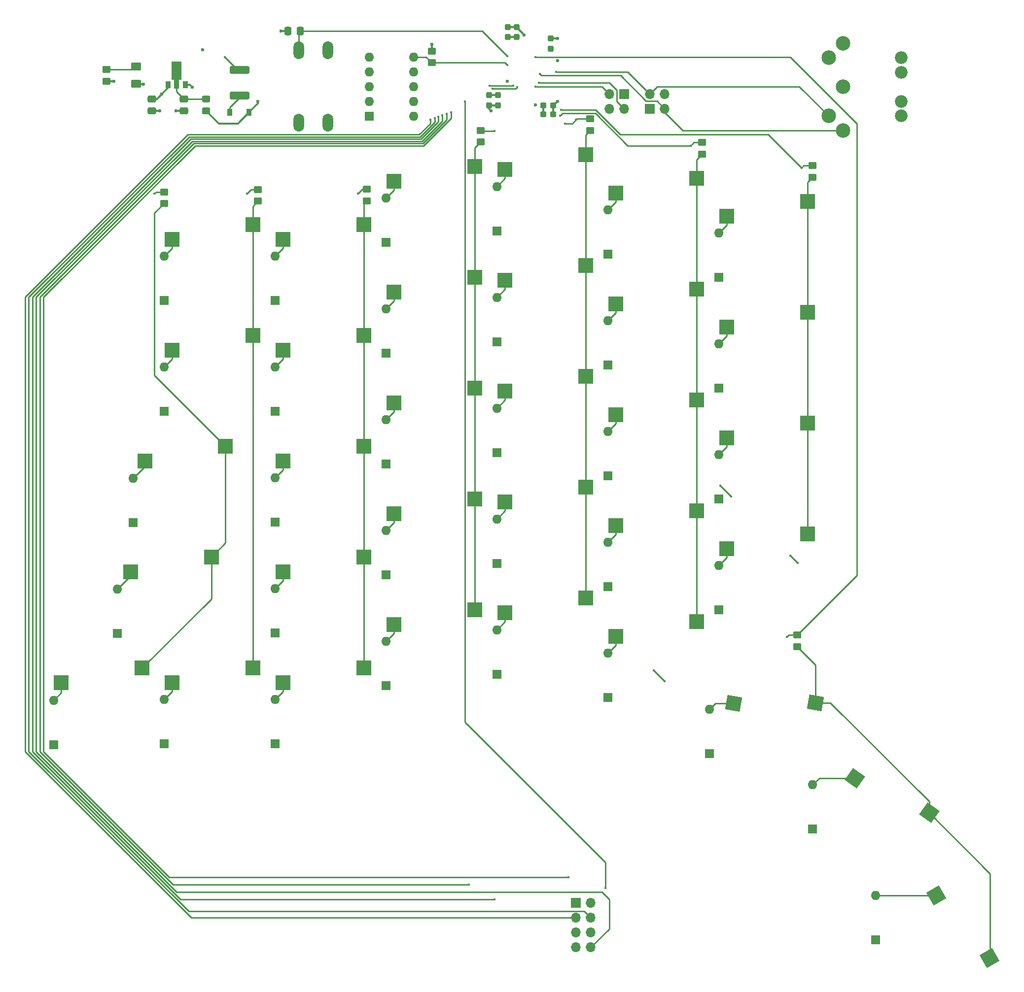
<source format=gbr>
%TF.GenerationSoftware,KiCad,Pcbnew,(6.0.0)*%
%TF.CreationDate,2021-12-31T20:21:35-08:00*%
%TF.ProjectId,thumbler_left,7468756d-626c-4657-925f-6c6566742e6b,rev?*%
%TF.SameCoordinates,Original*%
%TF.FileFunction,Copper,L4,Bot*%
%TF.FilePolarity,Positive*%
%FSLAX46Y46*%
G04 Gerber Fmt 4.6, Leading zero omitted, Abs format (unit mm)*
G04 Created by KiCad (PCBNEW (6.0.0)) date 2021-12-31 20:21:35*
%MOMM*%
%LPD*%
G01*
G04 APERTURE LIST*
G04 Aperture macros list*
%AMRoundRect*
0 Rectangle with rounded corners*
0 $1 Rounding radius*
0 $2 $3 $4 $5 $6 $7 $8 $9 X,Y pos of 4 corners*
0 Add a 4 corners polygon primitive as box body*
4,1,4,$2,$3,$4,$5,$6,$7,$8,$9,$2,$3,0*
0 Add four circle primitives for the rounded corners*
1,1,$1+$1,$2,$3*
1,1,$1+$1,$4,$5*
1,1,$1+$1,$6,$7*
1,1,$1+$1,$8,$9*
0 Add four rect primitives between the rounded corners*
20,1,$1+$1,$2,$3,$4,$5,0*
20,1,$1+$1,$4,$5,$6,$7,0*
20,1,$1+$1,$6,$7,$8,$9,0*
20,1,$1+$1,$8,$9,$2,$3,0*%
%AMRotRect*
0 Rectangle, with rotation*
0 The origin of the aperture is its center*
0 $1 length*
0 $2 width*
0 $3 Rotation angle, in degrees counterclockwise*
0 Add horizontal line*
21,1,$1,$2,0,0,$3*%
%AMFreePoly0*
4,1,9,3.862500,-0.866500,0.737500,-0.866500,0.737500,-0.450000,-0.737500,-0.450000,-0.737500,0.450000,0.737500,0.450000,0.737500,0.866500,3.862500,0.866500,3.862500,-0.866500,3.862500,-0.866500,$1*%
G04 Aperture macros list end*
%TA.AperFunction,SMDPad,CuDef*%
%ADD10R,2.550000X2.500000*%
%TD*%
%TA.AperFunction,ComponentPad*%
%ADD11R,1.600000X1.600000*%
%TD*%
%TA.AperFunction,ComponentPad*%
%ADD12O,1.600000X1.600000*%
%TD*%
%TA.AperFunction,ComponentPad*%
%ADD13C,2.500000*%
%TD*%
%TA.AperFunction,ComponentPad*%
%ADD14C,2.184400*%
%TD*%
%TA.AperFunction,ComponentPad*%
%ADD15R,1.700000X1.700000*%
%TD*%
%TA.AperFunction,ComponentPad*%
%ADD16O,1.700000X1.700000*%
%TD*%
%TA.AperFunction,SMDPad,CuDef*%
%ADD17RotRect,2.550000X2.500000X350.000000*%
%TD*%
%TA.AperFunction,SMDPad,CuDef*%
%ADD18RotRect,2.550000X2.500000X324.600000*%
%TD*%
%TA.AperFunction,SMDPad,CuDef*%
%ADD19RotRect,2.550000X2.500000X300.000000*%
%TD*%
%TA.AperFunction,SMDPad,CuDef*%
%ADD20RoundRect,0.250000X-0.475000X0.337500X-0.475000X-0.337500X0.475000X-0.337500X0.475000X0.337500X0*%
%TD*%
%TA.AperFunction,SMDPad,CuDef*%
%ADD21RoundRect,0.237500X-0.237500X0.300000X-0.237500X-0.300000X0.237500X-0.300000X0.237500X0.300000X0*%
%TD*%
%TA.AperFunction,SMDPad,CuDef*%
%ADD22RoundRect,0.237500X-0.300000X-0.237500X0.300000X-0.237500X0.300000X0.237500X-0.300000X0.237500X0*%
%TD*%
%TA.AperFunction,SMDPad,CuDef*%
%ADD23RoundRect,0.237500X0.237500X-0.300000X0.237500X0.300000X-0.237500X0.300000X-0.237500X-0.300000X0*%
%TD*%
%TA.AperFunction,SMDPad,CuDef*%
%ADD24RoundRect,0.250000X0.337500X0.475000X-0.337500X0.475000X-0.337500X-0.475000X0.337500X-0.475000X0*%
%TD*%
%TA.AperFunction,SMDPad,CuDef*%
%ADD25RoundRect,0.250000X-0.625000X0.462500X-0.625000X-0.462500X0.625000X-0.462500X0.625000X0.462500X0*%
%TD*%
%TA.AperFunction,SMDPad,CuDef*%
%ADD26RoundRect,0.249999X0.450001X-0.350001X0.450001X0.350001X-0.450001X0.350001X-0.450001X-0.350001X0*%
%TD*%
%TA.AperFunction,SMDPad,CuDef*%
%ADD27RoundRect,0.249999X-0.450001X0.350001X-0.450001X-0.350001X0.450001X-0.350001X0.450001X0.350001X0*%
%TD*%
%TA.AperFunction,ComponentPad*%
%ADD28O,1.850000X3.048000*%
%TD*%
%TA.AperFunction,SMDPad,CuDef*%
%ADD29R,0.900000X1.300000*%
%TD*%
%TA.AperFunction,SMDPad,CuDef*%
%ADD30FreePoly0,90.000000*%
%TD*%
%TA.AperFunction,SMDPad,CuDef*%
%ADD31R,0.900000X1.200000*%
%TD*%
%TA.AperFunction,SMDPad,CuDef*%
%ADD32RoundRect,0.249999X-0.450001X0.325001X-0.450001X-0.325001X0.450001X-0.325001X0.450001X0.325001X0*%
%TD*%
%TA.AperFunction,SMDPad,CuDef*%
%ADD33RoundRect,0.250000X-1.450000X0.400000X-1.450000X-0.400000X1.450000X-0.400000X1.450000X0.400000X0*%
%TD*%
%TA.AperFunction,ViaPad*%
%ADD34C,0.600000*%
%TD*%
%TA.AperFunction,ViaPad*%
%ADD35C,0.400000*%
%TD*%
%TA.AperFunction,Conductor*%
%ADD36C,0.250000*%
%TD*%
%TA.AperFunction,Conductor*%
%ADD37C,0.350000*%
%TD*%
G04 APERTURE END LIST*
D10*
%TO.P,S1,1,1*%
%TO.N,Net-(D3-Pad2)*%
X90046000Y-251711000D03*
%TO.P,S1,2,2*%
%TO.N,Net-(R3-Pad2)*%
X103896000Y-249171000D03*
%TD*%
%TO.P,S4,1,1*%
%TO.N,Net-(D6-Pad2)*%
X109093000Y-175506200D03*
%TO.P,S4,2,2*%
%TO.N,Net-(R5-Pad2)*%
X122943000Y-172966200D03*
%TD*%
D11*
%TO.P,D6,1,K*%
%TO.N,L_ROW1*%
X107711000Y-186032200D03*
D12*
%TO.P,D6,2,A*%
%TO.N,Net-(D6-Pad2)*%
X107711000Y-178412200D03*
%TD*%
D11*
%TO.P,D3,1,K*%
%TO.N,L_ROW5*%
X88701000Y-262394000D03*
D12*
%TO.P,D3,2,A*%
%TO.N,Net-(D3-Pad2)*%
X88701000Y-254774000D03*
%TD*%
D11*
%TO.P,D29,1,K*%
%TO.N,L_ROW5*%
X201345800Y-263906000D03*
D12*
%TO.P,D29,2,A*%
%TO.N,Net-(D29-Pad2)*%
X201345800Y-256286000D03*
%TD*%
D11*
%TO.P,D30,1,K*%
%TO.N,L_ROW4*%
X219075000Y-276860000D03*
D12*
%TO.P,D30,2,A*%
%TO.N,Net-(D30-Pad2)*%
X219075000Y-269240000D03*
%TD*%
D11*
%TO.P,D31,1,K*%
%TO.N,L_ROW3*%
X229870000Y-295910000D03*
D12*
%TO.P,D31,2,A*%
%TO.N,Net-(D31-Pad2)*%
X229870000Y-288290000D03*
%TD*%
D13*
%TO.P,J4,1*%
%TO.N,GND*%
X224315000Y-141769500D03*
%TO.P,J4,2*%
%TO.N,Net-(J4-Pad2)*%
X224315000Y-149269500D03*
%TO.P,J4,3*%
%TO.N,L_RX*%
X224315000Y-156769500D03*
%TO.P,J4,4*%
%TO.N,+5V*%
X221815000Y-144269500D03*
%TO.P,J4,5*%
%TO.N,L_TX*%
X221815000Y-154269500D03*
D14*
%TO.P,J4,MH*%
%TO.N,N/C*%
X234315000Y-154269500D03*
X234315000Y-144269500D03*
X234315000Y-151769500D03*
X234315000Y-146769500D03*
%TD*%
D15*
%TO.P,J3,1,Pin_1*%
%TO.N,GND*%
X186695000Y-150490000D03*
D16*
%TO.P,J3,2,Pin_2*%
%TO.N,L_SWCLK*%
X186695000Y-153030000D03*
%TO.P,J3,3,Pin_3*%
%TO.N,L_SWDIO*%
X184155000Y-150490000D03*
%TO.P,J3,4,Pin_4*%
%TO.N,+3V3*%
X184155000Y-153030000D03*
%TD*%
D17*
%TO.P,S27,1,1*%
%TO.N,Net-(D29-Pad2)*%
X205466920Y-255240408D03*
%TO.P,S27,2,2*%
%TO.N,Net-(R11-Pad2)*%
X219547574Y-255144024D03*
%TD*%
D18*
%TO.P,S28,1,1*%
%TO.N,Net-(D30-Pad2)*%
X226303906Y-268087981D03*
%TO.P,S28,2,2*%
%TO.N,Net-(R11-Pad2)*%
X239064800Y-274040600D03*
%TD*%
D19*
%TO.P,S29,1,1*%
%TO.N,Net-(D31-Pad2)*%
X240290617Y-288299663D03*
%TO.P,S29,2,2*%
%TO.N,Net-(R11-Pad2)*%
X249415321Y-299024115D03*
%TD*%
D15*
%TO.P,J2,1,Pin_1*%
%TO.N,GND*%
X191135000Y-153035000D03*
D16*
%TO.P,J2,2,Pin_2*%
%TO.N,L_TX*%
X191135000Y-150495000D03*
%TO.P,J2,3,Pin_3*%
%TO.N,L_RX*%
X193675000Y-153035000D03*
%TO.P,J2,4,Pin_4*%
%TO.N,+3V3*%
X193675000Y-150495000D03*
%TD*%
D10*
%TO.P,S7,1,1*%
%TO.N,Net-(D9-Pad2)*%
X128143000Y-175506200D03*
%TO.P,S7,2,2*%
%TO.N,Net-(R6-Pad2)*%
X141993000Y-172966200D03*
%TD*%
%TO.P,S12,1,1*%
%TO.N,Net-(D14-Pad2)*%
X147193000Y-165506200D03*
%TO.P,S12,2,2*%
%TO.N,Net-(R8-Pad2)*%
X161043000Y-162966200D03*
%TD*%
%TO.P,S17,1,1*%
%TO.N,Net-(D19-Pad2)*%
X166243000Y-163506200D03*
%TO.P,S17,2,2*%
%TO.N,Net-(R9-Pad2)*%
X180093000Y-160966200D03*
%TD*%
%TO.P,S22,1,1*%
%TO.N,Net-(D24-Pad2)*%
X185293000Y-167506200D03*
%TO.P,S22,2,2*%
%TO.N,Net-(R10-Pad2)*%
X199143000Y-164966200D03*
%TD*%
%TO.P,S30,1,1*%
%TO.N,Net-(D32-Pad2)*%
X204343000Y-171506200D03*
%TO.P,S30,2,2*%
%TO.N,Net-(R12-Pad2)*%
X218193000Y-168966200D03*
%TD*%
%TO.P,S5,1,1*%
%TO.N,Net-(D7-Pad2)*%
X109093000Y-194556200D03*
%TO.P,S5,2,2*%
%TO.N,Net-(R5-Pad2)*%
X122943000Y-192016200D03*
%TD*%
%TO.P,S8,1,1*%
%TO.N,Net-(D10-Pad2)*%
X128143000Y-194556200D03*
%TO.P,S8,2,2*%
%TO.N,Net-(R6-Pad2)*%
X141993000Y-192016200D03*
%TD*%
%TO.P,S13,1,1*%
%TO.N,Net-(D15-Pad2)*%
X147193000Y-184556200D03*
%TO.P,S13,2,2*%
%TO.N,Net-(R8-Pad2)*%
X161043000Y-182016200D03*
%TD*%
%TO.P,S18,1,1*%
%TO.N,Net-(D20-Pad2)*%
X166243000Y-182556200D03*
%TO.P,S18,2,2*%
%TO.N,Net-(R9-Pad2)*%
X180093000Y-180016200D03*
%TD*%
%TO.P,S23,1,1*%
%TO.N,Net-(D25-Pad2)*%
X185293000Y-186556200D03*
%TO.P,S23,2,2*%
%TO.N,Net-(R10-Pad2)*%
X199143000Y-184016200D03*
%TD*%
%TO.P,S31,1,1*%
%TO.N,Net-(D33-Pad2)*%
X204343000Y-190556200D03*
%TO.P,S31,2,2*%
%TO.N,Net-(R12-Pad2)*%
X218193000Y-188016200D03*
%TD*%
%TO.P,S2,1,1*%
%TO.N,Net-(D4-Pad2)*%
X104366516Y-213597880D03*
%TO.P,S2,2,2*%
%TO.N,Net-(R3-Pad2)*%
X118216516Y-211057880D03*
%TD*%
%TO.P,S9,1,1*%
%TO.N,Net-(D11-Pad2)*%
X128143000Y-213606200D03*
%TO.P,S9,2,2*%
%TO.N,Net-(R6-Pad2)*%
X141993000Y-211066200D03*
%TD*%
%TO.P,S14,1,1*%
%TO.N,Net-(D16-Pad2)*%
X147193000Y-203606200D03*
%TO.P,S14,2,2*%
%TO.N,Net-(R8-Pad2)*%
X161043000Y-201066200D03*
%TD*%
%TO.P,S19,1,1*%
%TO.N,Net-(D21-Pad2)*%
X166243000Y-201606200D03*
%TO.P,S19,2,2*%
%TO.N,Net-(R9-Pad2)*%
X180093000Y-199066200D03*
%TD*%
%TO.P,S24,1,1*%
%TO.N,Net-(D26-Pad2)*%
X185293000Y-205606200D03*
%TO.P,S24,2,2*%
%TO.N,Net-(R10-Pad2)*%
X199143000Y-203066200D03*
%TD*%
%TO.P,S32,1,1*%
%TO.N,Net-(D34-Pad2)*%
X204343000Y-209606200D03*
%TO.P,S32,2,2*%
%TO.N,Net-(R12-Pad2)*%
X218193000Y-207066200D03*
%TD*%
%TO.P,S3,1,1*%
%TO.N,Net-(D5-Pad2)*%
X101945456Y-232655156D03*
%TO.P,S3,2,2*%
%TO.N,Net-(R3-Pad2)*%
X115795456Y-230115156D03*
%TD*%
%TO.P,S10,1,1*%
%TO.N,Net-(D12-Pad2)*%
X128143000Y-232656200D03*
%TO.P,S10,2,2*%
%TO.N,Net-(R6-Pad2)*%
X141993000Y-230116200D03*
%TD*%
%TO.P,S15,1,1*%
%TO.N,Net-(D17-Pad2)*%
X147193000Y-222656200D03*
%TO.P,S15,2,2*%
%TO.N,Net-(R8-Pad2)*%
X161043000Y-220116200D03*
%TD*%
%TO.P,S20,1,1*%
%TO.N,Net-(D22-Pad2)*%
X166243000Y-220656200D03*
%TO.P,S20,2,2*%
%TO.N,Net-(R9-Pad2)*%
X180093000Y-218116200D03*
%TD*%
%TO.P,S25,1,1*%
%TO.N,Net-(D27-Pad2)*%
X185293000Y-224656200D03*
%TO.P,S25,2,2*%
%TO.N,Net-(R10-Pad2)*%
X199143000Y-222116200D03*
%TD*%
%TO.P,S33,1,1*%
%TO.N,Net-(D35-Pad2)*%
X204343000Y-228656200D03*
%TO.P,S33,2,2*%
%TO.N,Net-(R12-Pad2)*%
X218193000Y-226116200D03*
%TD*%
%TO.P,S6,1,1*%
%TO.N,Net-(D8-Pad2)*%
X109093000Y-251706200D03*
%TO.P,S6,2,2*%
%TO.N,Net-(R5-Pad2)*%
X122943000Y-249166200D03*
%TD*%
%TO.P,S11,1,1*%
%TO.N,Net-(D13-Pad2)*%
X128143000Y-251706200D03*
%TO.P,S11,2,2*%
%TO.N,Net-(R6-Pad2)*%
X141993000Y-249166200D03*
%TD*%
%TO.P,S16,1,1*%
%TO.N,Net-(D18-Pad2)*%
X147193000Y-241706200D03*
%TO.P,S16,2,2*%
%TO.N,Net-(R8-Pad2)*%
X161043000Y-239166200D03*
%TD*%
%TO.P,S21,1,1*%
%TO.N,Net-(D23-Pad2)*%
X166243000Y-239706200D03*
%TO.P,S21,2,2*%
%TO.N,Net-(R9-Pad2)*%
X180093000Y-237166200D03*
%TD*%
%TO.P,S26,1,1*%
%TO.N,Net-(D28-Pad2)*%
X185293000Y-243706200D03*
%TO.P,S26,2,2*%
%TO.N,Net-(R10-Pad2)*%
X199143000Y-241166200D03*
%TD*%
D11*
%TO.P,D9,1,K*%
%TO.N,L_ROW1*%
X126761000Y-186032200D03*
D12*
%TO.P,D9,2,A*%
%TO.N,Net-(D9-Pad2)*%
X126761000Y-178412200D03*
%TD*%
D11*
%TO.P,D14,1,K*%
%TO.N,L_ROW1*%
X145811000Y-176032200D03*
D12*
%TO.P,D14,2,A*%
%TO.N,Net-(D14-Pad2)*%
X145811000Y-168412200D03*
%TD*%
D11*
%TO.P,D19,1,K*%
%TO.N,L_ROW1*%
X164861000Y-174032200D03*
D12*
%TO.P,D19,2,A*%
%TO.N,Net-(D19-Pad2)*%
X164861000Y-166412200D03*
%TD*%
D11*
%TO.P,D24,1,K*%
%TO.N,L_ROW1*%
X183911000Y-178032200D03*
D12*
%TO.P,D24,2,A*%
%TO.N,Net-(D24-Pad2)*%
X183911000Y-170412200D03*
%TD*%
D11*
%TO.P,D32,1,K*%
%TO.N,L_ROW2*%
X202961000Y-182032200D03*
D12*
%TO.P,D32,2,A*%
%TO.N,Net-(D32-Pad2)*%
X202961000Y-174412200D03*
%TD*%
D11*
%TO.P,D7,1,K*%
%TO.N,L_ROW2*%
X107711000Y-205082200D03*
D12*
%TO.P,D7,2,A*%
%TO.N,Net-(D7-Pad2)*%
X107711000Y-197462200D03*
%TD*%
D11*
%TO.P,D10,1,K*%
%TO.N,L_ROW2*%
X126761000Y-205082200D03*
D12*
%TO.P,D10,2,A*%
%TO.N,Net-(D10-Pad2)*%
X126761000Y-197462200D03*
%TD*%
D11*
%TO.P,D15,1,K*%
%TO.N,L_ROW2*%
X145811000Y-195082200D03*
D12*
%TO.P,D15,2,A*%
%TO.N,Net-(D15-Pad2)*%
X145811000Y-187462200D03*
%TD*%
D11*
%TO.P,D20,1,K*%
%TO.N,L_ROW2*%
X164861000Y-193082200D03*
D12*
%TO.P,D20,2,A*%
%TO.N,Net-(D20-Pad2)*%
X164861000Y-185462200D03*
%TD*%
D11*
%TO.P,D25,1,K*%
%TO.N,L_ROW2*%
X183911000Y-197082200D03*
D12*
%TO.P,D25,2,A*%
%TO.N,Net-(D25-Pad2)*%
X183911000Y-189462200D03*
%TD*%
D11*
%TO.P,D33,1,K*%
%TO.N,L_ROW3*%
X202961000Y-201082200D03*
D12*
%TO.P,D33,2,A*%
%TO.N,Net-(D33-Pad2)*%
X202961000Y-193462200D03*
%TD*%
D11*
%TO.P,D4,1,K*%
%TO.N,L_ROW3*%
X102331600Y-224155000D03*
D12*
%TO.P,D4,2,A*%
%TO.N,Net-(D4-Pad2)*%
X102331600Y-216535000D03*
%TD*%
D11*
%TO.P,D11,1,K*%
%TO.N,L_ROW3*%
X126761000Y-224132200D03*
D12*
%TO.P,D11,2,A*%
%TO.N,Net-(D11-Pad2)*%
X126761000Y-216512200D03*
%TD*%
D11*
%TO.P,D16,1,K*%
%TO.N,L_ROW3*%
X145811000Y-214132200D03*
D12*
%TO.P,D16,2,A*%
%TO.N,Net-(D16-Pad2)*%
X145811000Y-206512200D03*
%TD*%
D11*
%TO.P,D21,1,K*%
%TO.N,L_ROW3*%
X164861000Y-212132200D03*
D12*
%TO.P,D21,2,A*%
%TO.N,Net-(D21-Pad2)*%
X164861000Y-204512200D03*
%TD*%
D11*
%TO.P,D26,1,K*%
%TO.N,L_ROW3*%
X183911000Y-216132200D03*
D12*
%TO.P,D26,2,A*%
%TO.N,Net-(D26-Pad2)*%
X183911000Y-208512200D03*
%TD*%
D11*
%TO.P,D34,1,K*%
%TO.N,L_ROW4*%
X202961000Y-220132200D03*
D12*
%TO.P,D34,2,A*%
%TO.N,Net-(D34-Pad2)*%
X202961000Y-212512200D03*
%TD*%
D11*
%TO.P,D5,1,K*%
%TO.N,L_ROW4*%
X99695000Y-243205000D03*
D12*
%TO.P,D5,2,A*%
%TO.N,Net-(D5-Pad2)*%
X99695000Y-235585000D03*
%TD*%
D11*
%TO.P,D12,1,K*%
%TO.N,L_ROW4*%
X126761000Y-243182200D03*
D12*
%TO.P,D12,2,A*%
%TO.N,Net-(D12-Pad2)*%
X126761000Y-235562200D03*
%TD*%
D11*
%TO.P,D17,1,K*%
%TO.N,L_ROW4*%
X145811000Y-233182200D03*
D12*
%TO.P,D17,2,A*%
%TO.N,Net-(D17-Pad2)*%
X145811000Y-225562200D03*
%TD*%
D11*
%TO.P,D22,1,K*%
%TO.N,L_ROW4*%
X164861000Y-231182200D03*
D12*
%TO.P,D22,2,A*%
%TO.N,Net-(D22-Pad2)*%
X164861000Y-223562200D03*
%TD*%
D11*
%TO.P,D27,1,K*%
%TO.N,L_ROW4*%
X183911000Y-235182200D03*
D12*
%TO.P,D27,2,A*%
%TO.N,Net-(D27-Pad2)*%
X183911000Y-227562200D03*
%TD*%
D11*
%TO.P,D35,1,K*%
%TO.N,L_ROW5*%
X202961000Y-239182200D03*
D12*
%TO.P,D35,2,A*%
%TO.N,Net-(D35-Pad2)*%
X202961000Y-231562200D03*
%TD*%
D11*
%TO.P,D8,1,K*%
%TO.N,L_ROW5*%
X107711000Y-262232200D03*
D12*
%TO.P,D8,2,A*%
%TO.N,Net-(D8-Pad2)*%
X107711000Y-254612200D03*
%TD*%
D11*
%TO.P,D13,1,K*%
%TO.N,L_ROW5*%
X126761000Y-262232200D03*
D12*
%TO.P,D13,2,A*%
%TO.N,Net-(D13-Pad2)*%
X126761000Y-254612200D03*
%TD*%
D11*
%TO.P,D18,1,K*%
%TO.N,L_ROW5*%
X145811000Y-252232200D03*
D12*
%TO.P,D18,2,A*%
%TO.N,Net-(D18-Pad2)*%
X145811000Y-244612200D03*
%TD*%
D11*
%TO.P,D23,1,K*%
%TO.N,L_ROW5*%
X164861000Y-250232200D03*
D12*
%TO.P,D23,2,A*%
%TO.N,Net-(D23-Pad2)*%
X164861000Y-242612200D03*
%TD*%
D11*
%TO.P,D28,1,K*%
%TO.N,L_ROW5*%
X183911000Y-254232200D03*
D12*
%TO.P,D28,2,A*%
%TO.N,Net-(D28-Pad2)*%
X183911000Y-246612200D03*
%TD*%
D15*
%TO.P,J9,1,Pin_1*%
%TO.N,GND*%
X178435000Y-289560000D03*
D16*
%TO.P,J9,2,Pin_2*%
%TO.N,ENC_BN*%
X180975000Y-289560000D03*
%TO.P,J9,3,Pin_3*%
%TO.N,ENC_B*%
X178435000Y-292100000D03*
%TO.P,J9,4,Pin_4*%
%TO.N,ENC_A*%
X180975000Y-292100000D03*
%TO.P,J9,5,Pin_5*%
%TO.N,ENC_LF*%
X178435000Y-294640000D03*
%TO.P,J9,6,Pin_6*%
%TO.N,ENC_UP*%
X180975000Y-294640000D03*
%TO.P,J9,7,Pin_7*%
%TO.N,ENC_RT*%
X178435000Y-297180000D03*
%TO.P,J9,8,Pin_8*%
%TO.N,ENC_DN*%
X180975000Y-297180000D03*
%TD*%
D20*
%TO.P,C1,1*%
%TO.N,Net-(C1-Pad1)*%
X111125000Y-151331250D03*
%TO.P,C1,2*%
%TO.N,GND*%
X111125000Y-153406250D03*
%TD*%
D21*
%TO.P,C3,1*%
%TO.N,+3V3*%
X163515100Y-150728600D03*
%TO.P,C3,2*%
%TO.N,GND*%
X163515100Y-152453600D03*
%TD*%
D22*
%TO.P,C7,1*%
%TO.N,+3V3*%
X172812600Y-152506600D03*
%TO.P,C7,2*%
%TO.N,GND*%
X174537600Y-152506600D03*
%TD*%
D23*
%TO.P,C8,1*%
%TO.N,+3V3*%
X174056100Y-142701100D03*
%TO.P,C8,2*%
%TO.N,GND*%
X174056100Y-140976100D03*
%TD*%
%TO.P,C9,1*%
%TO.N,+3V3*%
X166702800Y-140695600D03*
%TO.P,C9,2*%
%TO.N,GND*%
X166702800Y-138970600D03*
%TD*%
D24*
%TO.P,C4,1*%
%TO.N,~{RST}*%
X131036750Y-139700000D03*
%TO.P,C4,2*%
%TO.N,GND*%
X128961750Y-139700000D03*
%TD*%
D23*
%TO.P,C10,1*%
%TO.N,+3V3*%
X168214100Y-140695600D03*
%TO.P,C10,2*%
%TO.N,GND*%
X168214100Y-138970600D03*
%TD*%
D25*
%TO.P,D2,1,K*%
%TO.N,Net-(D2-Pad1)*%
X102842500Y-145801250D03*
%TO.P,D2,2,A*%
%TO.N,+3V3*%
X102842500Y-148776250D03*
%TD*%
D26*
%TO.P,R7,1*%
%TO.N,L_BOOT0*%
X153670000Y-145145000D03*
%TO.P,R7,2*%
%TO.N,GND*%
X153670000Y-143145000D03*
%TD*%
D27*
%TO.P,R4,1*%
%TO.N,Net-(D2-Pad1)*%
X97762500Y-146288750D03*
%TO.P,R4,2*%
%TO.N,GND*%
X97762500Y-148288750D03*
%TD*%
%TO.P,R6,1*%
%TO.N,L_COL5*%
X142523600Y-166880600D03*
%TO.P,R6,2*%
%TO.N,Net-(R6-Pad2)*%
X142523600Y-168880600D03*
%TD*%
%TO.P,R8,1*%
%TO.N,L_COL4*%
X162030800Y-156771400D03*
%TO.P,R8,2*%
%TO.N,Net-(R8-Pad2)*%
X162030800Y-158771400D03*
%TD*%
%TO.P,R9,1*%
%TO.N,L_COL3*%
X180877600Y-154790200D03*
%TO.P,R9,2*%
%TO.N,Net-(R9-Pad2)*%
X180877600Y-156790200D03*
%TD*%
%TO.P,R10,1*%
%TO.N,L_COL2*%
X200080000Y-158854200D03*
%TO.P,R10,2*%
%TO.N,Net-(R10-Pad2)*%
X200080000Y-160854200D03*
%TD*%
%TO.P,R11,1*%
%TO.N,L_COL8*%
X216408000Y-243491000D03*
%TO.P,R11,2*%
%TO.N,Net-(R11-Pad2)*%
X216408000Y-245491000D03*
%TD*%
%TO.P,R12,1*%
%TO.N,L_COL1*%
X219028400Y-162816600D03*
%TO.P,R12,2*%
%TO.N,Net-(R12-Pad2)*%
X219028400Y-164816600D03*
%TD*%
D28*
%TO.P,SW1,1,1*%
%TO.N,GND*%
X135850000Y-155465000D03*
X135850000Y-142965000D03*
%TO.P,SW1,2,2*%
%TO.N,~{RST}*%
X130850000Y-155465000D03*
X130850000Y-142965000D03*
%TD*%
D11*
%TO.P,SW2,1*%
%TO.N,GND*%
X142925750Y-154294250D03*
D12*
%TO.P,SW2,2*%
X142925750Y-151754250D03*
%TO.P,SW2,3*%
X142925750Y-149214250D03*
%TO.P,SW2,4*%
X142925750Y-146674250D03*
%TO.P,SW2,5*%
%TO.N,+3V3*%
X142925750Y-144134250D03*
%TO.P,SW2,6*%
%TO.N,L_BOOT0*%
X150545750Y-144134250D03*
%TO.P,SW2,7*%
%TO.N,L_OPT4*%
X150545750Y-146674250D03*
%TO.P,SW2,8*%
%TO.N,L_OPT3*%
X150545750Y-149214250D03*
%TO.P,SW2,9*%
%TO.N,L_OPT2*%
X150545750Y-151754250D03*
%TO.P,SW2,10*%
%TO.N,L_OPT1*%
X150545750Y-154294250D03*
%TD*%
D29*
%TO.P,U2,1,GND*%
%TO.N,GND*%
X111355000Y-148938750D03*
D30*
%TO.P,U2,2,VI*%
%TO.N,Net-(C1-Pad1)*%
X109855000Y-148851250D03*
D29*
%TO.P,U2,3,VO*%
%TO.N,+3V3*%
X108355000Y-148938750D03*
%TD*%
D31*
%TO.P,D1,1,K*%
%TO.N,+5V*%
X122300000Y-153670000D03*
%TO.P,D1,2,A*%
%TO.N,Net-(D1-Pad2)*%
X119000000Y-153670000D03*
%TD*%
D27*
%TO.P,R5,1*%
%TO.N,L_COL6*%
X123829200Y-166931400D03*
%TO.P,R5,2*%
%TO.N,Net-(R5-Pad2)*%
X123829200Y-168931400D03*
%TD*%
D32*
%TO.P,FB1,1*%
%TO.N,Net-(C1-Pad1)*%
X114935000Y-151375000D03*
%TO.P,FB1,2*%
%TO.N,+5V*%
X114935000Y-153425000D03*
%TD*%
D33*
%TO.P,F1,1*%
%TO.N,Net-(F1-Pad1)*%
X120650000Y-146365000D03*
%TO.P,F1,2*%
%TO.N,Net-(D1-Pad2)*%
X120650000Y-150815000D03*
%TD*%
D20*
%TO.P,C2,1*%
%TO.N,+3V3*%
X105612500Y-151331250D03*
%TO.P,C2,2*%
%TO.N,GND*%
X105612500Y-153406250D03*
%TD*%
D22*
%TO.P,C5,1*%
%TO.N,+3V3*%
X172812600Y-154030600D03*
%TO.P,C5,2*%
%TO.N,GND*%
X174537600Y-154030600D03*
%TD*%
D21*
%TO.P,C6,1*%
%TO.N,+3V3*%
X165039100Y-150728600D03*
%TO.P,C6,2*%
%TO.N,GND*%
X165039100Y-152453600D03*
%TD*%
D27*
%TO.P,R3,1*%
%TO.N,L_COL7*%
X107674800Y-167337800D03*
%TO.P,R3,2*%
%TO.N,Net-(R3-Pad2)*%
X107674800Y-169337800D03*
%TD*%
D34*
%TO.N,GND*%
X171450000Y-152400000D03*
X169545000Y-140335000D03*
X163830000Y-153416000D03*
X166624000Y-148336000D03*
X175260000Y-151765000D03*
X127762000Y-139700000D03*
X153670000Y-141986000D03*
X175260000Y-140970000D03*
X114300000Y-142875000D03*
X175259999Y-144779999D03*
X106934000Y-153416000D03*
X109728000Y-153416000D03*
X99060000Y-148336000D03*
X112522000Y-149352000D03*
%TO.N,+3V3*%
X104140000Y-148844000D03*
X107315000Y-150495000D03*
X168323436Y-140675575D03*
X174056100Y-142727600D03*
X172786077Y-152310500D03*
X165039100Y-150628100D03*
D35*
%TO.N,~{RST}*%
X166624000Y-144018000D03*
%TO.N,L_ROW3*%
X216535000Y-231140000D03*
X203200000Y-217805000D03*
X215265000Y-229870000D03*
X205105000Y-219710000D03*
%TO.N,L_ROW4*%
X191770000Y-249555000D03*
X193675000Y-251460000D03*
D34*
%TO.N,+5V*%
X123825000Y-151765000D03*
D35*
%TO.N,L_TX*%
X175006000Y-146685000D03*
%TO.N,L_RX*%
X172212000Y-147066000D03*
%TO.N,L_SWCLK*%
X172085002Y-148590000D03*
%TO.N,L_SWDIO*%
X171450000Y-149225000D03*
%TO.N,L_COL7*%
X106045000Y-167640000D03*
%TO.N,L_BOOT0*%
X166624000Y-145542000D03*
%TO.N,L_USB_D+*%
X168334803Y-149352000D03*
X164084000Y-149606000D03*
%TO.N,L_USB_D-*%
X163576000Y-149098000D03*
X167660136Y-149098000D03*
%TO.N,L_COL6*%
X121920000Y-167640000D03*
%TO.N,L_COL5*%
X140970000Y-167640000D03*
%TO.N,L_COL4*%
X164465000Y-156845000D03*
%TO.N,L_COL3*%
X178435000Y-154940000D03*
X176530000Y-155575000D03*
%TO.N,L_COL2*%
X175702335Y-154264547D03*
X198120000Y-159385000D03*
%TO.N,L_COL8*%
X171450000Y-144145000D03*
X214630000Y-243840000D03*
%TO.N,L_COL1*%
X217170000Y-163195000D03*
X175897840Y-153208100D03*
%TO.N,Net-(F1-Pad1)*%
X118110000Y-144145000D03*
%TO.N,ENC_DN*%
X155448000Y-154178000D03*
%TO.N,ENC_RT*%
X156210000Y-153924000D03*
X160020000Y-286385000D03*
%TO.N,ENC_UP*%
X156972000Y-153670000D03*
X177165000Y-285115000D03*
%TO.N,ENC_LF*%
X154784117Y-154432000D03*
X164465000Y-288925000D03*
%TO.N,ENC_A*%
X154178000Y-154686000D03*
%TO.N,ENC_B*%
X153416000Y-154940000D03*
%TO.N,ENC_BN*%
X159385000Y-151765000D03*
X183514998Y-287020000D03*
%TD*%
D36*
%TO.N,L_USB_D-*%
X167660136Y-149098000D02*
X163576000Y-149098000D01*
%TO.N,L_USB_D+*%
X164084000Y-149606000D02*
X168080803Y-149606000D01*
X168080803Y-149606000D02*
X168334803Y-149352000D01*
%TO.N,ENC_DN*%
X85725000Y-185420000D02*
X112515022Y-158629978D01*
%TO.N,ENC_A*%
X180975000Y-292100000D02*
X179872489Y-290997489D01*
%TO.N,ENC_B*%
X83820000Y-185420000D02*
X111760000Y-157480000D01*
%TO.N,ENC_A*%
X179872489Y-290997489D02*
X111927489Y-290997489D01*
X111927489Y-290997489D02*
X84455000Y-263525000D01*
X84455000Y-263525000D02*
X84455000Y-185420000D01*
%TO.N,ENC_DN*%
X180975000Y-297180000D02*
X184150000Y-294005000D01*
%TO.N,ENC_A*%
X84455000Y-185420000D02*
X112017480Y-157857520D01*
%TO.N,ENC_DN*%
X112515022Y-158629978D02*
X151960258Y-158629978D01*
%TO.N,ENC_A*%
X112017480Y-157857520D02*
X151664952Y-157857520D01*
X151664952Y-157857520D02*
X154178000Y-155344472D01*
%TO.N,ENC_RT*%
X112772511Y-159007489D02*
X152116629Y-159007489D01*
%TO.N,ENC_LF*%
X85090000Y-185420000D02*
X112257533Y-158252467D01*
%TO.N,ENC_A*%
X154178000Y-155344472D02*
X154178000Y-154686000D01*
%TO.N,ENC_RT*%
X86360000Y-263525000D02*
X86360000Y-185420000D01*
%TO.N,ENC_B*%
X178435000Y-292100000D02*
X112395000Y-292100000D01*
%TO.N,ENC_LF*%
X164465000Y-288925000D02*
X110490000Y-288925000D01*
%TO.N,ENC_B*%
X112395000Y-292100000D02*
X83820000Y-263525000D01*
X83820000Y-263525000D02*
X83820000Y-185420000D01*
X111760000Y-157480000D02*
X151508590Y-157480000D01*
X151508590Y-157480000D02*
X153416000Y-155572590D01*
X153416000Y-155572590D02*
X153416000Y-154940000D01*
%TO.N,ENC_DN*%
X155448000Y-155142236D02*
X155448000Y-154178000D01*
%TO.N,ENC_LF*%
X110490000Y-288925000D02*
X85090000Y-263525000D01*
X85090000Y-263525000D02*
X85090000Y-185420000D01*
%TO.N,ENC_RT*%
X156210000Y-154914118D02*
X156210000Y-153924000D01*
%TO.N,ENC_LF*%
X112257533Y-158252467D02*
X151803887Y-158252467D01*
X151803887Y-158252467D02*
X154784117Y-155272237D01*
X154784117Y-155272237D02*
X154784117Y-154432000D01*
%TO.N,ENC_DN*%
X184150000Y-294005000D02*
X184150000Y-288925000D01*
X184150000Y-288925000D02*
X182880000Y-287655000D01*
X182880000Y-287655000D02*
X109855000Y-287655000D01*
X109855000Y-287655000D02*
X85725000Y-263525000D01*
%TO.N,ENC_RT*%
X152116629Y-159007489D02*
X156210000Y-154914118D01*
%TO.N,ENC_DN*%
X85725000Y-263525000D02*
X85725000Y-185420000D01*
X151960258Y-158629978D02*
X155448000Y-155142236D01*
%TO.N,ENC_RT*%
X160020000Y-286385000D02*
X109220000Y-286385000D01*
X109220000Y-286385000D02*
X86360000Y-263525000D01*
X86360000Y-185420000D02*
X112772511Y-159007489D01*
%TO.N,ENC_UP*%
X86995000Y-263525000D02*
X86995000Y-185420000D01*
X113029077Y-159385923D02*
X152272077Y-159385923D01*
X177165000Y-285115000D02*
X108585000Y-285115000D01*
X152272077Y-159385923D02*
X156972000Y-154686000D01*
X86995000Y-185420000D02*
X113029077Y-159385923D01*
X108585000Y-285115000D02*
X86995000Y-263525000D01*
X156972000Y-154686000D02*
X156972000Y-153670000D01*
%TO.N,L_SWCLK*%
X185420000Y-149860000D02*
X184150000Y-148590000D01*
X185420000Y-151755000D02*
X185420000Y-149860000D01*
X184150000Y-148590000D02*
X172085002Y-148590000D01*
X186695000Y-153030000D02*
X185420000Y-151755000D01*
%TO.N,Net-(D5-Pad2)*%
X101945456Y-233334544D02*
X99695000Y-235585000D01*
X101945456Y-232655156D02*
X101945456Y-233334544D01*
%TO.N,Net-(D4-Pad2)*%
X104366516Y-214500084D02*
X102331600Y-216535000D01*
X104366516Y-213597880D02*
X104366516Y-214500084D01*
%TO.N,Net-(R11-Pad2)*%
X249555000Y-298884436D02*
X249415321Y-299024115D01*
X249555000Y-284530800D02*
X249555000Y-298884436D01*
X239064800Y-274040600D02*
X249555000Y-284530800D01*
X239064800Y-272084800D02*
X239064800Y-274040600D01*
X222124024Y-255144024D02*
X239064800Y-272084800D01*
X219547574Y-255144024D02*
X222124024Y-255144024D01*
%TO.N,L_COL8*%
X215265000Y-144145000D02*
X171450000Y-144145000D01*
X226695000Y-233204000D02*
X226695000Y-155575000D01*
X216408000Y-243491000D02*
X226695000Y-233204000D01*
X226695000Y-155575000D02*
X215265000Y-144145000D01*
%TO.N,Net-(F1-Pad1)*%
X120650000Y-146365000D02*
X120330000Y-146365000D01*
X120330000Y-146365000D02*
X118110000Y-144145000D01*
%TO.N,Net-(D1-Pad2)*%
X120650000Y-151130000D02*
X119000000Y-152780000D01*
X120650000Y-150815000D02*
X120650000Y-151130000D01*
X119000000Y-152780000D02*
X119000000Y-153670000D01*
%TO.N,Net-(D3-Pad2)*%
X90046000Y-251711000D02*
X90046000Y-253429000D01*
X90046000Y-253429000D02*
X88701000Y-254774000D01*
%TO.N,Net-(D6-Pad2)*%
X109093000Y-175506200D02*
X109093000Y-177030200D01*
X109093000Y-177030200D02*
X107711000Y-178412200D01*
%TO.N,Net-(D7-Pad2)*%
X109093000Y-194556200D02*
X109093000Y-196080200D01*
X109093000Y-196080200D02*
X107711000Y-197462200D01*
%TO.N,Net-(D8-Pad2)*%
X109093000Y-253230200D02*
X107711000Y-254612200D01*
X109093000Y-251706200D02*
X109093000Y-253230200D01*
%TO.N,Net-(D9-Pad2)*%
X128143000Y-177030200D02*
X126761000Y-178412200D01*
X128143000Y-175506200D02*
X128143000Y-177030200D01*
%TO.N,Net-(D10-Pad2)*%
X128143000Y-196080200D02*
X126761000Y-197462200D01*
X128143000Y-194556200D02*
X128143000Y-196080200D01*
%TO.N,Net-(D11-Pad2)*%
X128143000Y-215130200D02*
X126761000Y-216512200D01*
X128143000Y-213606200D02*
X128143000Y-215130200D01*
%TO.N,Net-(D12-Pad2)*%
X128143000Y-234180200D02*
X126761000Y-235562200D01*
X128143000Y-232656200D02*
X128143000Y-234180200D01*
%TO.N,Net-(D13-Pad2)*%
X128143000Y-253230200D02*
X126761000Y-254612200D01*
X128143000Y-251706200D02*
X128143000Y-253230200D01*
%TO.N,Net-(D14-Pad2)*%
X147193000Y-167030200D02*
X145811000Y-168412200D01*
X147193000Y-165506200D02*
X147193000Y-167030200D01*
%TO.N,Net-(D15-Pad2)*%
X147193000Y-186080200D02*
X145811000Y-187462200D01*
X147193000Y-184556200D02*
X147193000Y-186080200D01*
%TO.N,Net-(D16-Pad2)*%
X147193000Y-205130200D02*
X145811000Y-206512200D01*
X147193000Y-203606200D02*
X147193000Y-205130200D01*
%TO.N,Net-(D17-Pad2)*%
X147193000Y-224180200D02*
X145811000Y-225562200D01*
X147193000Y-222656200D02*
X147193000Y-224180200D01*
%TO.N,Net-(D18-Pad2)*%
X147193000Y-243230200D02*
X145811000Y-244612200D01*
X147193000Y-241706200D02*
X147193000Y-243230200D01*
%TO.N,Net-(D19-Pad2)*%
X166243000Y-165030200D02*
X164861000Y-166412200D01*
X166243000Y-163506200D02*
X166243000Y-165030200D01*
%TO.N,Net-(D20-Pad2)*%
X166243000Y-184080200D02*
X164861000Y-185462200D01*
X166243000Y-182556200D02*
X166243000Y-184080200D01*
%TO.N,Net-(D21-Pad2)*%
X166243000Y-203130200D02*
X164861000Y-204512200D01*
X166243000Y-201606200D02*
X166243000Y-203130200D01*
%TO.N,Net-(D22-Pad2)*%
X166243000Y-222180200D02*
X164861000Y-223562200D01*
X166243000Y-220656200D02*
X166243000Y-222180200D01*
%TO.N,Net-(D23-Pad2)*%
X166243000Y-241230200D02*
X164861000Y-242612200D01*
X166243000Y-239706200D02*
X166243000Y-241230200D01*
%TO.N,Net-(D24-Pad2)*%
X185293000Y-169030200D02*
X183911000Y-170412200D01*
X185293000Y-167506200D02*
X185293000Y-169030200D01*
%TO.N,Net-(D25-Pad2)*%
X185293000Y-188080200D02*
X183911000Y-189462200D01*
X185293000Y-186556200D02*
X185293000Y-188080200D01*
%TO.N,Net-(D26-Pad2)*%
X185293000Y-207130200D02*
X183911000Y-208512200D01*
X185293000Y-205606200D02*
X185293000Y-207130200D01*
%TO.N,Net-(D27-Pad2)*%
X185293000Y-226180200D02*
X183911000Y-227562200D01*
X185293000Y-224656200D02*
X185293000Y-226180200D01*
%TO.N,Net-(D28-Pad2)*%
X185293000Y-245230200D02*
X183911000Y-246612200D01*
X185293000Y-243706200D02*
X185293000Y-245230200D01*
%TO.N,Net-(D29-Pad2)*%
X205466920Y-255240408D02*
X202391392Y-255240408D01*
X202391392Y-255240408D02*
X201345800Y-256286000D01*
%TO.N,Net-(D30-Pad2)*%
X226303906Y-268087981D02*
X220227019Y-268087981D01*
X220227019Y-268087981D02*
X219075000Y-269240000D01*
%TO.N,Net-(D31-Pad2)*%
X240290617Y-288299663D02*
X229879663Y-288299663D01*
X229879663Y-288299663D02*
X229870000Y-288290000D01*
%TO.N,Net-(D32-Pad2)*%
X204343000Y-173030200D02*
X202961000Y-174412200D01*
X204343000Y-171506200D02*
X204343000Y-173030200D01*
%TO.N,Net-(D33-Pad2)*%
X204343000Y-192080200D02*
X202961000Y-193462200D01*
X204343000Y-190556200D02*
X204343000Y-192080200D01*
%TO.N,Net-(D34-Pad2)*%
X204343000Y-211130200D02*
X202961000Y-212512200D01*
X204343000Y-209606200D02*
X204343000Y-211130200D01*
%TO.N,Net-(D35-Pad2)*%
X204343000Y-230180200D02*
X202961000Y-231562200D01*
X204343000Y-228656200D02*
X204343000Y-230180200D01*
D37*
%TO.N,GND*%
X174537600Y-152506600D02*
X174537600Y-152487400D01*
X163515100Y-152453600D02*
X165039100Y-152453600D01*
X166702800Y-138970600D02*
X168214100Y-138970600D01*
X168214100Y-139004100D02*
X169545000Y-140335000D01*
X153670000Y-143145000D02*
X153670000Y-141986000D01*
X111115250Y-153416000D02*
X111125000Y-153406250D01*
X111355000Y-148938750D02*
X112108750Y-148938750D01*
X99060000Y-148336000D02*
X97809750Y-148336000D01*
X174056100Y-140976100D02*
X175253900Y-140976100D01*
X174537600Y-152506600D02*
X174537600Y-154030600D01*
X106924250Y-153406250D02*
X106934000Y-153416000D01*
X109728000Y-153416000D02*
X111115250Y-153416000D01*
X105612500Y-153406250D02*
X106924250Y-153406250D01*
X112108750Y-148938750D02*
X112522000Y-149352000D01*
X174537600Y-152487400D02*
X175260000Y-151765000D01*
X168214100Y-138970600D02*
X168214100Y-139004100D01*
X127762000Y-139700000D02*
X128961750Y-139700000D01*
X163515100Y-153101100D02*
X163830000Y-153416000D01*
X175253900Y-140976100D02*
X175260000Y-140970000D01*
X163515100Y-152453600D02*
X163515100Y-153101100D01*
X97809750Y-148336000D02*
X97762500Y-148288750D01*
D36*
%TO.N,Net-(C1-Pad1)*%
X109855000Y-150061250D02*
X109855000Y-148851250D01*
X111125000Y-151331250D02*
X114891250Y-151331250D01*
X109855000Y-150061250D02*
X111125000Y-151331250D01*
X114891250Y-151331250D02*
X114935000Y-151375000D01*
D37*
%TO.N,+3V3*%
X108355000Y-149455000D02*
X107315000Y-150495000D01*
X102910250Y-148844000D02*
X104140000Y-148844000D01*
X105612500Y-151331250D02*
X106478750Y-151331250D01*
X102842500Y-148776250D02*
X102910250Y-148844000D01*
X106478750Y-151331250D02*
X107315000Y-150495000D01*
X163515100Y-150728600D02*
X165039100Y-150728600D01*
X172812600Y-154030600D02*
X172786077Y-154004077D01*
X108355000Y-148938750D02*
X108355000Y-149455000D01*
X172786077Y-152558523D02*
X172786077Y-152310500D01*
X172760700Y-152335877D02*
X172786077Y-152310500D01*
X166702800Y-140695600D02*
X168303411Y-140695600D01*
X168303411Y-140695600D02*
X168323436Y-140675575D01*
X172786077Y-154004077D02*
X172786077Y-152310500D01*
D36*
%TO.N,~{RST}*%
X131036750Y-139700000D02*
X130850000Y-139886750D01*
X166614986Y-144018000D02*
X166624000Y-144018000D01*
X130850000Y-139886750D02*
X130850000Y-142965000D01*
X162296986Y-139700000D02*
X166614986Y-144018000D01*
X131036750Y-139700000D02*
X162296986Y-139700000D01*
%TO.N,L_ROW3*%
X215265000Y-229870000D02*
X216535000Y-231140000D01*
X203200000Y-217805000D02*
X205105000Y-219710000D01*
%TO.N,L_ROW4*%
X193675000Y-251460000D02*
X191770000Y-249555000D01*
D37*
%TO.N,+5V*%
X117085000Y-155575000D02*
X120395000Y-155575000D01*
X123825000Y-152145000D02*
X123825000Y-151765000D01*
X120395000Y-155575000D02*
X122300000Y-153670000D01*
X114935000Y-153425000D02*
X117085000Y-155575000D01*
X122300000Y-153670000D02*
X123825000Y-152145000D01*
D36*
%TO.N,L_TX*%
X187325000Y-146685000D02*
X175006000Y-146685000D01*
X194202921Y-149220489D02*
X194207432Y-149225000D01*
X191135000Y-150495000D02*
X187325000Y-146685000D01*
X194207432Y-149225000D02*
X216770500Y-149225000D01*
X192409511Y-149220489D02*
X194202921Y-149220489D01*
X216770500Y-149225000D02*
X221815000Y-154269500D01*
X191135000Y-150495000D02*
X192409511Y-149220489D01*
%TO.N,L_RX*%
X172482511Y-147336511D02*
X172212000Y-147066000D01*
X190433511Y-151698511D02*
X186071511Y-147336511D01*
X193675000Y-153670000D02*
X193675000Y-153035000D01*
X196774500Y-156769500D02*
X193675000Y-153670000D01*
X193675000Y-153035000D02*
X192338511Y-151698511D01*
X224315000Y-156769500D02*
X196774500Y-156769500D01*
X192338511Y-151698511D02*
X190433511Y-151698511D01*
X186071511Y-147336511D02*
X172482511Y-147336511D01*
%TO.N,L_SWDIO*%
X182890000Y-149225000D02*
X184155000Y-150490000D01*
X171450000Y-149225000D02*
X182890000Y-149225000D01*
%TO.N,L_COL7*%
X107674800Y-167337800D02*
X106347200Y-167337800D01*
X106347200Y-167337800D02*
X106045000Y-167640000D01*
%TO.N,L_BOOT0*%
X166227000Y-145145000D02*
X166624000Y-145542000D01*
X150545750Y-144134250D02*
X152659250Y-144134250D01*
X153670000Y-145145000D02*
X166227000Y-145145000D01*
X152659250Y-144134250D02*
X153670000Y-145145000D01*
%TO.N,Net-(R9-Pad2)*%
X180093000Y-157574800D02*
X180093000Y-160966200D01*
X180093000Y-218116200D02*
X180093000Y-237166200D01*
X180877600Y-156790200D02*
X180093000Y-157574800D01*
X180093000Y-199066200D02*
X180093000Y-218116200D01*
X180093000Y-160966200D02*
X180093000Y-180016200D01*
X180093000Y-180016200D02*
X180093000Y-199066200D01*
%TO.N,L_COL6*%
X123829200Y-166931400D02*
X122628600Y-166931400D01*
X122628600Y-166931400D02*
X121920000Y-167640000D01*
%TO.N,Net-(R10-Pad2)*%
X199143000Y-164966200D02*
X199143000Y-184016200D01*
X199143000Y-203066200D02*
X199143000Y-222116200D01*
X199143000Y-222116200D02*
X199143000Y-241166200D01*
X199143000Y-161791200D02*
X199143000Y-164966200D01*
X200080000Y-160854200D02*
X199143000Y-161791200D01*
X199143000Y-184016200D02*
X199143000Y-203066200D01*
%TO.N,L_COL5*%
X142523600Y-166880600D02*
X141729400Y-166880600D01*
X141729400Y-166880600D02*
X140970000Y-167640000D01*
%TO.N,Net-(R11-Pad2)*%
X219547574Y-248630574D02*
X219547574Y-255144024D01*
X216408000Y-245491000D02*
X219547574Y-248630574D01*
%TO.N,L_COL4*%
X162104400Y-156845000D02*
X164465000Y-156845000D01*
X162030800Y-156771400D02*
X162104400Y-156845000D01*
%TO.N,Net-(R12-Pad2)*%
X219028400Y-164816600D02*
X218193000Y-165652000D01*
X218193000Y-188016200D02*
X218193000Y-168966200D01*
X218193000Y-165652000D02*
X218193000Y-168966200D01*
X218193000Y-226116200D02*
X218193000Y-207066200D01*
X218193000Y-207066200D02*
X218193000Y-188016200D01*
%TO.N,L_COL3*%
X180877600Y-154790200D02*
X178584800Y-154790200D01*
X177800000Y-155575000D02*
X176530000Y-155575000D01*
X178584800Y-154790200D02*
X178435000Y-154940000D01*
X178435000Y-154940000D02*
X177800000Y-155575000D01*
%TO.N,L_COL2*%
X200080000Y-158854200D02*
X198650800Y-158854200D01*
X187325000Y-159385000D02*
X181799601Y-153859601D01*
X198650800Y-158854200D02*
X198120000Y-159385000D01*
X181799601Y-153859601D02*
X176107281Y-153859601D01*
X176107281Y-153859601D02*
X175702335Y-154264547D01*
X198120000Y-159385000D02*
X187325000Y-159385000D01*
%TO.N,L_COL8*%
X214979000Y-243491000D02*
X214630000Y-243840000D01*
X216408000Y-243491000D02*
X214979000Y-243491000D01*
%TO.N,L_COL1*%
X217170000Y-163195000D02*
X211455000Y-157480000D01*
X181783100Y-153208100D02*
X175897840Y-153208100D01*
X217548400Y-162816600D02*
X217170000Y-163195000D01*
X186055000Y-157480000D02*
X181783100Y-153208100D01*
X219028400Y-162816600D02*
X217548400Y-162816600D01*
X211455000Y-157480000D02*
X186055000Y-157480000D01*
%TO.N,Net-(D2-Pad1)*%
X97762500Y-146288750D02*
X102355000Y-146288750D01*
X102355000Y-146288750D02*
X102842500Y-145801250D01*
%TO.N,Net-(R3-Pad2)*%
X106045000Y-198886364D02*
X118216516Y-211057880D01*
X115795456Y-230115156D02*
X115795456Y-237271544D01*
X106045000Y-170967600D02*
X106045000Y-198886364D01*
X118216516Y-227694096D02*
X115795456Y-230115156D01*
X118216516Y-211057880D02*
X118216516Y-227694096D01*
X107674800Y-169337800D02*
X106045000Y-170967600D01*
X115795456Y-237271544D02*
X103896000Y-249171000D01*
%TO.N,Net-(R5-Pad2)*%
X122943000Y-172966200D02*
X122943000Y-192016200D01*
X122943000Y-169817600D02*
X122943000Y-172966200D01*
X122943000Y-192016200D02*
X122943000Y-249166200D01*
X123829200Y-168931400D02*
X122943000Y-169817600D01*
%TO.N,Net-(R6-Pad2)*%
X141993000Y-211066200D02*
X141993000Y-230116200D01*
X141993000Y-192016200D02*
X141993000Y-211066200D01*
X141993000Y-169411200D02*
X141993000Y-172966200D01*
X141993000Y-230116200D02*
X141993000Y-249166200D01*
X142523600Y-168880600D02*
X141993000Y-169411200D01*
X141993000Y-172966200D02*
X141993000Y-192016200D01*
%TO.N,Net-(R8-Pad2)*%
X161043000Y-162966200D02*
X161043000Y-182016200D01*
X161043000Y-182016200D02*
X161043000Y-201066200D01*
X161043000Y-201066200D02*
X161043000Y-220116200D01*
X161043000Y-220116200D02*
X161043000Y-239166200D01*
X161043000Y-159759200D02*
X161043000Y-162966200D01*
X162030800Y-158771400D02*
X161043000Y-159759200D01*
%TO.N,ENC_BN*%
X183514998Y-282574998D02*
X183514998Y-287020000D01*
X159385000Y-258445000D02*
X183514998Y-282574998D01*
X159385000Y-151765000D02*
X159385000Y-258445000D01*
%TD*%
M02*

</source>
